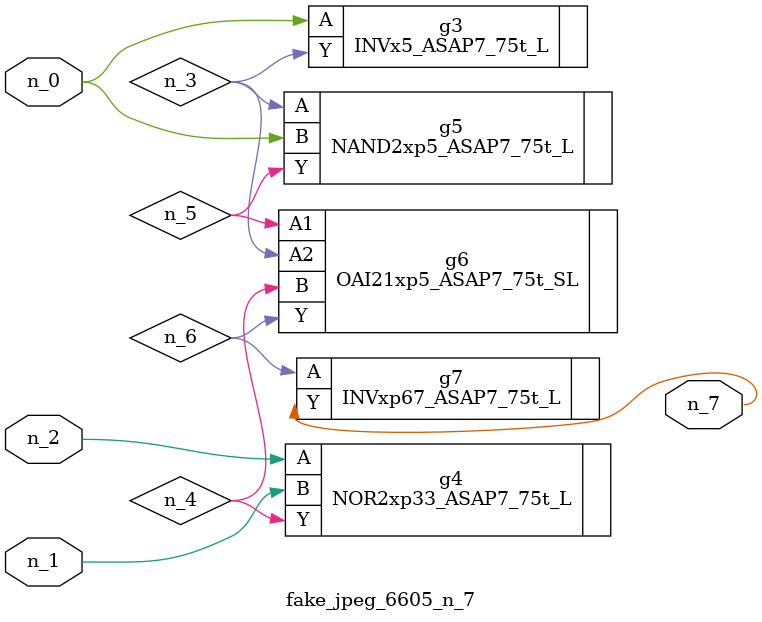
<source format=v>
module fake_jpeg_6605_n_7 (n_0, n_2, n_1, n_7);

input n_0;
input n_2;
input n_1;

output n_7;

wire n_3;
wire n_4;
wire n_6;
wire n_5;

INVx5_ASAP7_75t_L g3 ( 
.A(n_0),
.Y(n_3)
);

NOR2xp33_ASAP7_75t_L g4 ( 
.A(n_2),
.B(n_1),
.Y(n_4)
);

NAND2xp5_ASAP7_75t_L g5 ( 
.A(n_3),
.B(n_0),
.Y(n_5)
);

OAI21xp5_ASAP7_75t_SL g6 ( 
.A1(n_5),
.A2(n_3),
.B(n_4),
.Y(n_6)
);

INVxp67_ASAP7_75t_L g7 ( 
.A(n_6),
.Y(n_7)
);


endmodule
</source>
